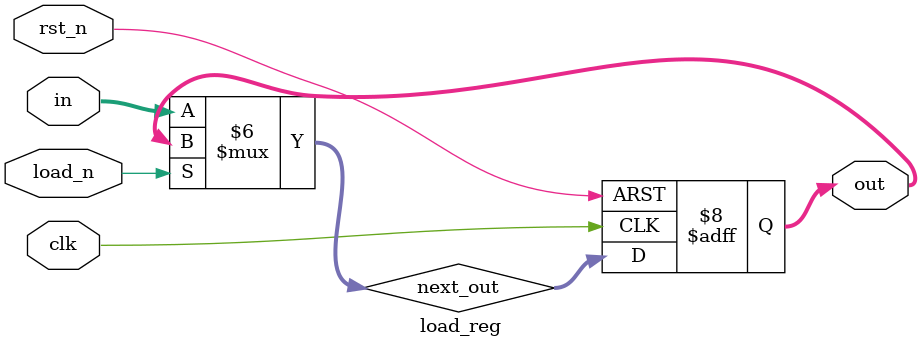
<source format=v>
`timescale 1ns / 1ps


module load_reg(
    output reg [3:0] out,
    input [3:0] in,
    input load_n,
    input clk,
    input rst_n
    );
    
    reg [3:0] next_out;
    
    always @(posedge clk or negedge rst_n)
    begin
        if(rst_n ==0)
            out <= 4'd0;
        else
            out <= next_out;
    end
    
    always @*
    begin
        if(load_n == 0)
            next_out = in;
        else
            next_out = out;
    end
    
endmodule

</source>
